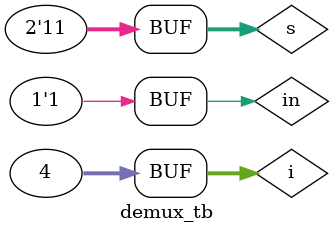
<source format=v>
module demux_beh(in,s,y);
  input in;
  input [1:0]s;
  output reg [3:0]y;
  always @(in,s)
  begin
    y=3'b000;
    case(s)
      2'b00:y[0]=in;
      2'b01:y[1]=in;
      2'b10:y[2]=in;
      2'b11:y[3]=in;
    endcase
  end
endmodule

module demux_tb;
  reg in;
  reg [1:0]s;
  wire [3:0]y;
  integer i;
  demux_beh Demux(in,s,y);
  
  initial
  begin
    for(i=2'b0;i<4;i=i+1)
    begin
      in=1;
      s=i;#10;
    end
  end
endmodule
</source>
